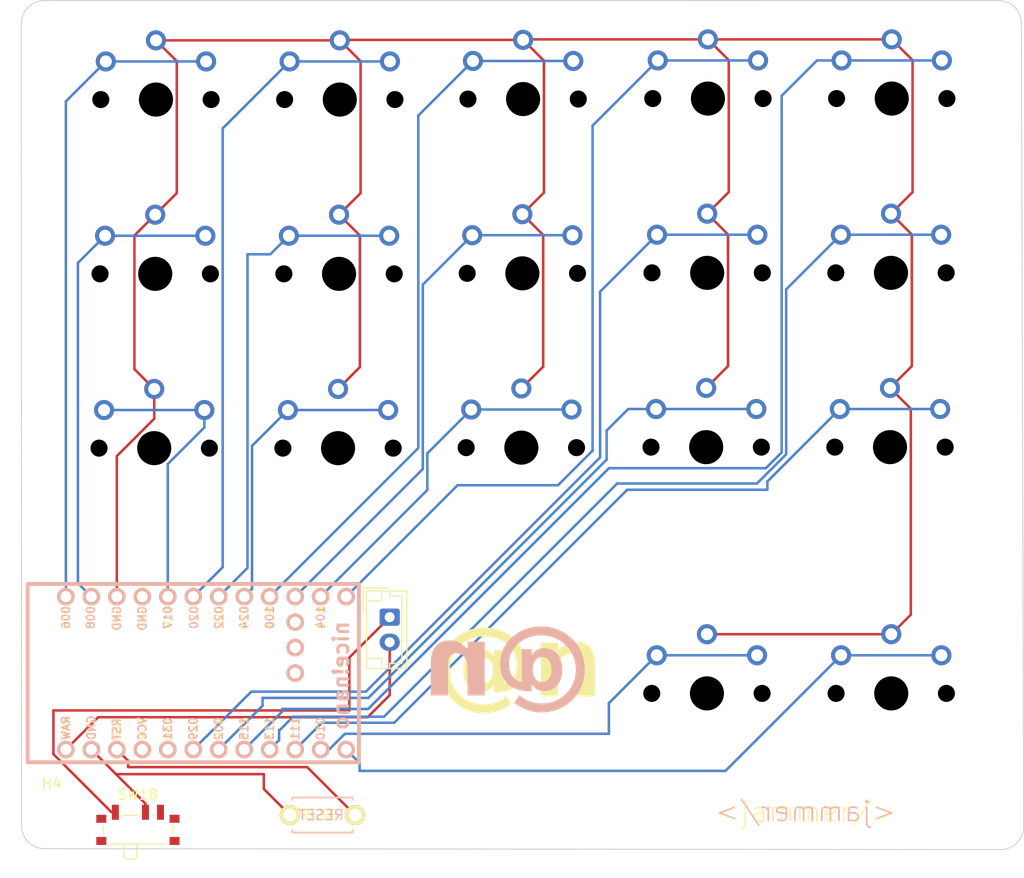
<source format=kicad_pcb>
(kicad_pcb (version 20221018) (generator pcbnew)
  (layers (0 "F.Cu" signal) (31 "B.Cu" signal) (34 "B.Paste" user) (35 "F.Paste" user) (36 "B.SilkS" user "B.Silkscreen") (37 "F.SilkS" user "F.Silkscreen") (38 "B.Mask" user) (39 "F.Mask" user) (44 "Edge.Cuts" user))
  (net 0 "")
  (net 1 "BAT")
  (net 2 "SWB")
  (net 3 "GND")
  (net 4 "R1")
  (net 5 "R2")
  (net 6 "R3")
  (net 7 "R4")
  (net 8 "R5")
  (net 9 "R6")
  (net 10 "R7")
  (net 11 "R8")
  (net 12 "R9")
  (net 13 "R10")
  (net 14 "R11")
  (net 15 "R12")
  (net 16 "R15")
  (net 17 "R13")
  (net 18 "R14")
  (net 19 "R16")
  (net 20 "R17")
  (net 21 "RST")
  (net 22 "GND1")
  (footprint "MountingHole:MountingHole_2.5mm" (layer "F.Cu") (at -195.925 205.7)
    (fp_text reference "H8" hide)
    (fp_text value "MountingHole" hide)
    (pad "" np_thru_hole circle (at 0 0) (size 2.5 2.5) (drill 2.5) (layers "*.Cu" "*.Mask"))
  )
  (footprint "kleeb-master-pg1350:pg1350-R" (layer "F.Cu") (at -201.725 168.975)
    (fp_text reference "SW15" hide)
    (fp_text value "SW_PUSH")
    (pad "" np_thru_hole circle (at -5.5 0) (size 1.7 1.7) (drill 1.7) (layers "*.Mask"))
    (pad "" np_thru_hole circle (at 0 0) (size 3.4 3.4) (drill 3.4) (layers "*.Mask"))
    (pad "" np_thru_hole circle (at 5.5 0) (size 1.7 1.7) (drill 1.7) (layers "*.Mask"))
    (pad "1" thru_hole circle (at 0 -5.9) (size 2 2) (drill 1.2) (layers "*.Cu" "*.Mask") (net 22 "GND1"))
    (pad "2" thru_hole circle (at -5 -3.8) (size 2 2) (drill 1.2) (layers "*.Cu" "F.Mask") (net 18 "R14"))
    (pad "2" thru_hole circle (at 5 -3.8) (size 2 2) (drill 1.2) (layers "*.Cu" "B.Mask") (net 18 "R14"))
  )
  (footprint "MountingHole:MountingHole_2.5mm" (layer "F.Cu") (at -209.925 182.85 90)
    (fp_text reference "H5" hide)
    (fp_text value "MountingHole" hide)
    (pad "" np_thru_hole circle (at 0 0 90) (size 2.5 2.5) (drill 2.5) (layers "F&B.Cu" "*.Mask"))
  )
  (footprint "kleeb-master-pg1350:pg1350-R" (layer "F.Cu") (at -238.225 151.65)
    (fp_text reference "SW2" hide)
    (fp_text value "SW_PUSH")
    (pad "" np_thru_hole circle (at -5.5 0) (size 1.7 1.7) (drill 1.7) (layers "*.Mask"))
    (pad "" np_thru_hole circle (at 0 0) (size 3.4 3.4) (drill 3.4) (layers "*.Mask"))
    (pad "" np_thru_hole circle (at 5.5 0) (size 1.7 1.7) (drill 1.7) (layers "*.Mask"))
    (pad "1" thru_hole circle (at 0 -5.9) (size 2 2) (drill 1.2) (layers "*.Cu" "*.Mask") (net 22 "GND1"))
    (pad "2" thru_hole circle (at -5 -3.8) (size 2 2) (drill 1.2) (layers "*.Cu" "F.Mask") (net 5 "R2"))
    (pad "2" thru_hole circle (at 5 -3.8) (size 2 2) (drill 1.2) (layers "*.Cu" "B.Mask") (net 5 "R2"))
  )
  (footprint "kleeb-master-pg1350:pg1350-R" (layer "F.Cu") (at -183.3 168.925)
    (fp_text reference "SW6" hide)
    (fp_text value "SW_PUSH")
    (pad "" np_thru_hole circle (at -5.5 0) (size 1.7 1.7) (drill 1.7) (layers "*.Mask"))
    (pad "" np_thru_hole circle (at 0 0) (size 3.4 3.4) (drill 3.4) (layers "*.Mask"))
    (pad "" np_thru_hole circle (at 5.5 0) (size 1.7 1.7) (drill 1.7) (layers "*.Mask"))
    (pad "1" thru_hole circle (at 0 -5.9) (size 2 2) (drill 1.2) (layers "*.Cu" "*.Mask") (net 22 "GND1"))
    (pad "2" thru_hole circle (at -5 -3.8) (size 2 2) (drill 1.2) (layers "*.Cu" "F.Mask") (net 9 "R6"))
    (pad "2" thru_hole circle (at 5 -3.8) (size 2 2) (drill 1.2) (layers "*.Cu" "B.Mask") (net 9 "R6"))
  )
  (footprint "Button_Switch_SMD:SW_SPDT_PCM12" (layer "F.Cu") (at -239.95 206.755)
    (fp_text reference "SW18" (at 0 -3.2) (layer "F.SilkS"))
    (fp_text value "SW_SPDT")
    (fp_line (start -3.45 -0.07) (end -3.45 0.72) (stroke (width 0.12)) (layer "F.SilkS"))
    (fp_line (start -2.85 1.73) (end 2.85 1.73) (stroke (width 0.12)) (layer "F.SilkS"))
    (fp_line (start -1.6 -1.12) (end 0.1 -1.12) (stroke (width 0.12)) (layer "F.SilkS"))
    (fp_line (start -1.4 1.73) (end -1.4 3.02) (stroke (width 0.12)) (layer "F.SilkS"))
    (fp_line (start -1.4 3.02) (end -1.2 3.23) (stroke (width 0.12)) (layer "F.SilkS"))
    (fp_line (start -1.2 3.23) (end -0.3 3.23) (stroke (width 0.12)) (layer "F.SilkS"))
    (fp_line (start -0.1 3.02) (end -0.3 3.23) (stroke (width 0.12)) (layer "F.SilkS"))
    (fp_line (start -0.1 3.02) (end -0.1 1.73) (stroke (width 0.12)) (layer "F.SilkS"))
    (fp_line (start 1.4 -1.12) (end 1.6 -1.12) (stroke (width 0.12)) (layer "F.SilkS"))
    (fp_line (start 3.45 0.72) (end 3.45 -0.07) (stroke (width 0.12)) (layer "F.SilkS"))
    (pad "" smd rect (at -3.65 -0.78) (size 1 0.8) (layers "F.Cu" "F.Paste" "F.Mask"))
    (pad "" smd rect (at -3.65 1.43) (size 1 0.8) (layers "F.Cu" "F.Paste" "F.Mask"))
    (pad "" np_thru_hole circle (at -1.5 0.33) (size 0.9 0.9) (drill 0.9) (layers "*.Cu" "*.Mask"))
    (pad "" np_thru_hole circle (at 1.5 0.33) (size 0.9 0.9) (drill 0.9) (layers "*.Cu" "*.Mask"))
    (pad "" smd rect (at 3.65 -0.78) (size 1 0.8) (layers "F.Cu" "F.Paste" "F.Mask"))
    (pad "" smd rect (at 3.65 1.43) (size 1 0.8) (layers "F.Cu" "F.Paste" "F.Mask"))
    (pad "1" smd rect (at -2.25 -1.43) (size 0.7 1.5) (layers "F.Cu" "F.Paste" "F.Mask") (net 2 "SWB"))
    (pad "2" smd rect (at 0.75 -1.43) (size 0.7 1.5) (layers "F.Cu" "F.Paste" "F.Mask") (net 3 "GND"))
    (pad "3" smd rect (at 2.25 -1.43) (size 0.7 1.5) (layers "F.Cu" "F.Paste" "F.Mask"))
  )
  (footprint "kleeb-master-pg1350:pg1350-R" (layer "F.Cu") (at -183.2 151.55)
    (fp_text reference "SW5" hide)
    (fp_text value "SW_PUSH")
    (pad "" np_thru_hole circle (at -5.5 0) (size 1.7 1.7) (drill 1.7) (layers "*.Mask"))
    (pad "" np_thru_hole circle (at 0 0) (size 3.4 3.4) (drill 3.4) (layers "*.Mask"))
    (pad "" np_thru_hole circle (at 5.5 0) (size 1.7 1.7) (drill 1.7) (layers "*.Mask"))
    (pad "1" thru_hole circle (at 0 -5.9) (size 2 2) (drill 1.2) (layers "*.Cu" "*.Mask") (net 22 "GND1"))
    (pad "2" thru_hole circle (at -5 -3.8) (size 2 2) (drill 1.2) (layers "*.Cu" "F.Mask") (net 8 "R5"))
    (pad "2" thru_hole circle (at 5 -3.8) (size 2 2) (drill 1.2) (layers "*.Cu" "B.Mask") (net 8 "R5"))
  )
  (footprint "MountingHole:MountingHole_2.5mm" (layer "F.Cu") (at -154.65 206.15)
    (fp_text reference "H3" hide)
    (fp_text value "MountingHole" hide)
    (pad "" np_thru_hole circle (at 0 0) (size 2.5 2.5) (drill 2.5) (layers "*.Cu" "*.Mask"))
  )
  (footprint "kleeb-master-pg1350:pg1350-R" (layer "F.Cu") (at -164.875 151.55)
    (fp_text reference "SW11" hide)
    (fp_text value "SW_PUSH")
    (pad "" np_thru_hole circle (at -5.5 0) (size 1.7 1.7) (drill 1.7) (layers "*.Mask"))
    (pad "" np_thru_hole circle (at 0 0) (size 3.4 3.4) (drill 3.4) (layers "*.Mask"))
    (pad "" np_thru_hole circle (at 5.5 0) (size 1.7 1.7) (drill 1.7) (layers "*.Mask"))
    (pad "1" thru_hole circle (at 0 -5.9) (size 2 2) (drill 1.2) (layers "*.Cu" "*.Mask") (net 22 "GND1"))
    (pad "2" thru_hole circle (at -5 -3.8) (size 2 2) (drill 1.2) (layers "*.Cu" "F.Mask") (net 14 "R11"))
    (pad "2" thru_hole circle (at 5 -3.8) (size 2 2) (drill 1.2) (layers "*.Cu" "B.Mask") (net 14 "R11"))
  )
  (footprint "kleeb-master-pg1350:pg1350-R" (layer "F.Cu") (at -201.625 151.6)
    (fp_text reference "SW14" hide)
    (fp_text value "SW_PUSH")
    (pad "" np_thru_hole circle (at -5.5 0) (size 1.7 1.7) (drill 1.7) (layers "*.Mask"))
    (pad "" np_thru_hole circle (at 0 0) (size 3.4 3.4) (drill 3.4) (layers "*.Mask"))
    (pad "" np_thru_hole circle (at 5.5 0) (size 1.7 1.7) (drill 1.7) (layers "*.Mask"))
    (pad "1" thru_hole circle (at 0 -5.9) (size 2 2) (drill 1.2) (layers "*.Cu" "*.Mask") (net 22 "GND1"))
    (pad "2" thru_hole circle (at -5 -3.8) (size 2 2) (drill 1.2) (layers "*.Cu" "F.Mask") (net 17 "R13"))
    (pad "2" thru_hole circle (at 5 -3.8) (size 2 2) (drill 1.2) (layers "*.Cu" "B.Mask") (net 17 "R13"))
  )
  (footprint "kleeb-master-pg1350:pg1350-R" (layer "F.Cu") (at -219.825 134.275)
    (fp_text reference "SW7" hide)
    (fp_text value "SW_PUSH")
    (pad "" np_thru_hole circle (at -5.5 0) (size 1.7 1.7) (drill 1.7) (layers "*.Mask"))
    (pad "" np_thru_hole circle (at 0 0) (size 3.4 3.4) (drill 3.4) (layers "*.Mask"))
    (pad "" np_thru_hole circle (at 5.5 0) (size 1.7 1.7) (drill 1.7) (layers "*.Mask"))
    (pad "1" thru_hole circle (at 0 -5.9) (size 2 2) (drill 1.2) (layers "*.Cu" "*.Mask") (net 22 "GND1"))
    (pad "2" thru_hole circle (at -5 -3.8) (size 2 2) (drill 1.2) (layers "*.Cu" "F.Mask") (net 10 "R7"))
    (pad "2" thru_hole circle (at 5 -3.8) (size 2 2) (drill 1.2) (layers "*.Cu" "B.Mask") (net 10 "R7"))
  )
  (footprint "kleeb-master-pg1350:pg1350-R" (layer "F.Cu") (at -183.125 134.175)
    (fp_text reference "SW4" hide)
    (fp_text value "SW_PUSH")
    (pad "" np_thru_hole circle (at -5.5 0) (size 1.7 1.7) (drill 1.7) (layers "*.Mask"))
    (pad "" np_thru_hole circle (at 0 0) (size 3.4 3.4) (drill 3.4) (layers "*.Mask"))
    (pad "" np_thru_hole circle (at 5.5 0) (size 1.7 1.7) (drill 1.7) (layers "*.Mask"))
    (pad "1" thru_hole circle (at 0 -5.9) (size 2 2) (drill 1.2) (layers "*.Cu" "*.Mask") (net 22 "GND1"))
    (pad "2" thru_hole circle (at -5 -3.8) (size 2 2) (drill 1.2) (layers "*.Cu" "F.Mask") (net 7 "R4"))
    (pad "2" thru_hole circle (at 5 -3.8) (size 2 2) (drill 1.2) (layers "*.Cu" "B.Mask") (net 7 "R4"))
  )
  (footprint "MountingHole:MountingHole_2.5mm" (layer "F.Cu") (at -248.575 127.375)
    (fp_text reference "H1" hide)
    (fp_text value "MountingHole" hide)
    (pad "" np_thru_hole circle (at 0 0) (size 2.5 2.5) (drill 2.5) (layers "*.Cu" "*.Mask"))
  )
  (footprint "MountingHole:MountingHole_2.5mm" (layer "F.Cu") (at -209.825 205.8)
    (fp_text reference "H7" hide)
    (fp_text value "MountingHole" hide)
    (pad "" np_thru_hole circle (at 0 0) (size 2.5 2.5) (drill 2.5) (layers "*.Cu" "*.Mask"))
  )
  (footprint "kleeb-master-pg1350:pg1350-R" (layer "F.Cu") (at -164.975 168.925)
    (fp_text reference "SW12" hide)
    (fp_text value "SW_PUSH")
    (pad "" np_thru_hole circle (at -5.5 0) (size 1.7 1.7) (drill 1.7) (layers "*.Mask"))
    (pad "" np_thru_hole circle (at 0 0) (size 3.4 3.4) (drill 3.4) (layers "*.Mask"))
    (pad "" np_thru_hole circle (at 5.5 0) (size 1.7 1.7) (drill 1.7) (layers "*.Mask"))
    (pad "1" thru_hole circle (at 0 -5.9) (size 2 2) (drill 1.2) (layers "*.Cu" "*.Mask") (net 22 "GND1"))
    (pad "2" thru_hole circle (at -5 -3.8) (size 2 2) (drill 1.2) (layers "*.Cu" "F.Mask") (net 15 "R12"))
    (pad "2" thru_hole circle (at 5 -3.8) (size 2 2) (drill 1.2) (layers "*.Cu" "B.Mask") (net 15 "R12"))
  )
  (footprint "kleeb-master-pg1350:pg1350-R" (layer "F.Cu") (at -183.225 193.475)
    (fp_text reference "SW16" hide)
    (fp_text value "SW_PUSH")
    (pad "" np_thru_hole circle (at -5.5 0) (size 1.7 1.7) (drill 1.7) (layers "*.Mask"))
    (pad "" np_thru_hole circle (at 0 0) (size 3.4 3.4) (drill 3.4) (layers "*.Mask"))
    (pad "" np_thru_hole circle (at 5.5 0) (size 1.7 1.7) (drill 1.7) (layers "*.Mask"))
    (pad "1" thru_hole circle (at 0 -5.9) (size 2 2) (drill 1.2) (layers "*.Cu" "*.Mask") (net 22 "GND1"))
    (pad "2" thru_hole circle (at -5 -3.8) (size 2 2) (drill 1.2) (layers "*.Cu" "F.Mask") (net 19 "R16"))
    (pad "2" thru_hole circle (at 5 -3.8) (size 2 2) (drill 1.2) (layers "*.Cu" "B.Mask") (net 19 "R16"))
  )
  (footprint "kleeb-master-pg1350:pg1350-R" (layer "F.Cu") (at -238.325 169.025)
    (fp_text reference "SW3" hide)
    (fp_text value "SW_PUSH")
    (pad "" np_thru_hole circle (at -5.5 0) (size 1.7 1.7) (drill 1.7) (layers "*.Mask"))
    (pad "" np_thru_hole circle (at 0 0) (size 3.4 3.4) (drill 3.4) (layers "*.Mask"))
    (pad "" np_thru_hole circle (at 5.5 0) (size 1.7 1.7) (drill 1.7) (layers "*.Mask"))
    (pad "1" thru_hole circle (at 0 -5.9) (size 2 2) (drill 1.2) (layers "*.Cu" "*.Mask") (net 22 "GND1"))
    (pad "2" thru_hole circle (at -5 -3.8) (size 2 2) (drill 1.2) (layers "*.Cu" "F.Mask") (net 6 "R3"))
    (pad "2" thru_hole circle (at 5 -3.8) (size 2 2) (drill 1.2) (layers "*.Cu" "B.Mask") (net 6 "R3"))
  )
  (footprint "kleeb-master-pg1350:pg1350-R" (layer "F.Cu") (at -201.55 134.225)
    (fp_text reference "SW13" hide)
    (fp_text value "SW_PUSH")
    (pad "" np_thru_hole circle (at -5.5 0) (size 1.7 1.7) (drill 1.7) (layers "*.Mask"))
    (pad "" np_thru_hole circle (at 0 0) (size 3.4 3.4) (drill 3.4) (layers "*.Mask"))
    (pad "" np_thru_hole circle (at 5.5 0) (size 1.7 1.7) (drill 1.7) (layers "*.Mask"))
    (pad "1" thru_hole circle (at 0 -5.9) (size 2 2) (drill 1.2) (layers "*.Cu" "*.Mask") (net 22 "GND1"))
    (pad "2" thru_hole circle (at -5 -3.8) (size 2 2) (drill 1.2) (layers "*.Cu" "F.Mask") (net 16 "R15"))
    (pad "2" thru_hole circle (at 5 -3.8) (size 2 2) (drill 1.2) (layers "*.Cu" "B.Mask") (net 16 "R15"))
  )
  (footprint "foostan:ResetSW" (layer "F.Cu") (at -221.55 205.6 180)
    (fp_text reference "SW19" hide)
    (fp_text value "SW_Push")
    (fp_text user "RESET" (at 0.127 0) (layer "B.SilkS") (effects (justify mirror)))
    (fp_text user "RESET" (at 0 0) (layer "F.SilkS"))
    (fp_line (start -3 -1.75) (end 3 -1.75) (stroke (width 0.15)) (layer "B.SilkS"))
    (fp_line (start -3 -1.5) (end -3 -1.75) (stroke (width 0.15)) (layer "B.SilkS"))
    (fp_line (start -3 1.75) (end -3 1.5) (stroke (width 0.15)) (layer "B.SilkS"))
    (fp_line (start 3 -1.75) (end 3 -1.5) (stroke (width 0.15)) (layer "B.SilkS"))
    (fp_line (start 3 1.5) (end 3 1.75) (stroke (width 0.15)) (layer "B.SilkS"))
    (fp_line (start 3 1.75) (end -3 1.75) (stroke (width 0.15)) (layer "B.SilkS"))
    (fp_line (start -3 -1.75) (end -3 -1.5) (stroke (width 0.15)) (layer "F.SilkS"))
    (fp_line (start -3 -1.75) (end 3 -1.75) (stroke (width 0.15)) (layer "F.SilkS"))
    (fp_line (start -3 1.75) (end -3 1.5) (stroke (width 0.15)) (layer "F.SilkS"))
    (fp_line (start -3 1.75) (end 3 1.75) (stroke (width 0.15)) (layer "F.SilkS"))
    (fp_line (start 3 -1.75) (end 3 -1.5) (stroke (width 0.15)) (layer "F.SilkS"))
    (fp_line (start 3 1.75) (end 3 1.5) (stroke (width 0.15)) (layer "F.SilkS"))
    (pad "1" thru_hole circle (at 3.25 0 180) (size 2 2) (drill 1.3) (layers "*.Cu" "*.Mask" "F.SilkS") (net 3 "GND"))
    (pad "2" thru_hole circle (at -3.25 0 180) (size 2 2) (drill 1.3) (layers "*.Cu" "*.Mask" "F.SilkS") (net 21 "RST"))
  )
  (footprint "kleeb-master-pg1350:pg1350-R" (layer "F.Cu") (at -164.85 193.475)
    (fp_text reference "SW17" hide)
    (fp_text value "SW_PUSH")
    (pad "" np_thru_hole circle (at -5.5 0) (size 1.7 1.7) (drill 1.7) (layers "*.Mask"))
    (pad "" np_thru_hole circle (at 0 0) (size 3.4 3.4) (drill 3.4) (layers "*.Mask"))
    (pad "" np_thru_hole circle (at 5.5 0) (size 1.7 1.7) (drill 1.7) (layers "*.Mask"))
    (pad "1" thru_hole circle (at 0 -5.9) (size 2 2) (drill 1.2) (layers "*.Cu" "*.Mask") (net 22 "GND1"))
    (pad "2" thru_hole circle (at -5 -3.8) (size 2 2) (drill 1.2) (layers "*.Cu" "F.Mask") (net 20 "R17"))
    (pad "2" thru_hole circle (at 5 -3.8) (size 2 2) (drill 1.2) (layers "*.Cu" "B.Mask") (net 20 "R17"))
  )
  (footprint "kleeb-master-pg1350:pg1350-R" (layer "F.Cu") (at -219.9 151.65)
    (fp_text reference "SW8" hide)
    (fp_text value "SW_PUSH")
    (pad "" np_thru_hole circle (at -5.5 0) (size 1.7 1.7) (drill 1.7) (layers "*.Mask"))
    (pad "" np_thru_hole circle (at 0 0) (size 3.4 3.4) (drill 3.4) (layers "*.Mask"))
    (pad "" np_thru_hole circle (at 5.5 0) (size 1.7 1.7) (drill 1.7) (layers "*.Mask"))
    (pad "1" thru_hole circle (at 0 -5.9) (size 2 2) (drill 1.2) (layers "*.Cu" "*.Mask") (net 22 "GND1"))
    (pad "2" thru_hole circle (at -5 -3.8) (size 2 2) (drill 1.2) (layers "*.Cu" "F.Mask") (net 11 "R8"))
    (pad "2" thru_hole circle (at 5 -3.8) (size 2 2) (drill 1.2) (layers "*.Cu" "B.Mask") (net 11 "R8"))
  )
  (footprint "MountingHole:MountingHole_2.5mm" (layer "F.Cu") (at -248.55 205.975)
    (fp_text reference "H4" (at 0 -3.5) (layer "F.SilkS"))
    (fp_text value "MountingHole")
    (pad "" np_thru_hole circle (at 0 0) (size 2.5 2.5) (drill 2.5) (layers "*.Cu" "*.Mask"))
  )
  (footprint "kleeb-master-pg1350:pg1350-R" (layer "F.Cu") (at -164.8 134.175)
    (fp_text reference "SW10" hide)
    (fp_text value "SW_PUSH")
    (pad "" np_thru_hole circle (at -5.5 0) (size 1.7 1.7) (drill 1.7) (layers "*.Mask"))
    (pad "" np_thru_hole circle (at 0 0) (size 3.4 3.4) (drill 3.4) (layers "*.Mask"))
    (pad "" np_thru_hole circle (at 5.5 0) (size 1.7 1.7) (drill 1.7) (layers "*.Mask"))
    (pad "1" thru_hole circle (at 0 -5.9) (size 2 2) (drill 1.2) (layers "*.Cu" "*.Mask") (net 22 "GND1"))
    (pad "2" thru_hole circle (at -5 -3.8) (size 2 2) (drill 1.2) (layers "*.Cu" "F.Mask") (net 13 "R10"))
    (pad "2" thru_hole circle (at 5 -3.8) (size 2 2) (drill 1.2) (layers "*.Cu" "B.Mask") (net 13 "R10"))
  )
  (footprint "kleeb-master-pg1350:pg1350-R" (layer "F.Cu") (at -238.15 134.275)
    (fp_text reference "SW1" hide)
    (fp_text value "SW_PUSH")
    (pad "" np_thru_hole circle (at -5.5 0) (size 1.7 1.7) (drill 1.7) (layers "*.Mask"))
    (pad "" np_thru_hole circle (at 0 0) (size 3.4 3.4) (drill 3.4) (layers "*.Mask"))
    (pad "" np_thru_hole circle (at 5.5 0) (size 1.7 1.7) (drill 1.7) (layers "*.Mask"))
    (pad "1" thru_hole circle (at 0 -5.9) (size 2 2) (drill 1.2) (layers "*.Cu" "*.Mask") (net 22 "GND1"))
    (pad "2" thru_hole circle (at -5 -3.8) (size 2 2) (drill 1.2) (layers "*.Cu" "F.Mask") (net 4 "R1"))
    (pad "2" thru_hole circle (at 5 -3.8) (size 2 2) (drill 1.2) (layers "*.Cu" "B.Mask") (net 4 "R1"))
  )
  (footprint "MountingHole:MountingHole_2.5mm" (layer "F.Cu") (at -154.65 127.375)
    (fp_text reference "H2" hide)
    (fp_text value "MountingHole" hide)
    (pad "" np_thru_hole circle (at 0 0) (size 2.5 2.5) (drill 2.5) (layers "*.Cu" "*.Mask"))
  )
  (footprint "MountingHole:MountingHole_2.5mm" (layer "F.Cu") (at -195.925 183)
    (fp_text reference "H6" hide)
    (fp_text value "MountingHole" hide)
    (pad "" np_thru_hole circle (at 0 0) (size 2.5 2.5) (drill 2.5) (layers "*.Cu" "*.Mask"))
  )
  (footprint "kleeb-master-pg1350:pg1350-R" (layer "F.Cu") (at -220 169.025)
    (fp_text reference "SW9" hide)
    (fp_text value "SW_PUSH")
    (pad "" np_thru_hole circle (at -5.5 0) (size 1.7 1.7) (drill 1.7) (layers "*.Mask"))
    (pad "" np_thru_hole circle (at 0 0) (size 3.4 3.4) (drill 3.4) (layers "*.Mask"))
    (pad "" np_thru_hole circle (at 5.5 0) (size 1.7 1.7) (drill 1.7) (layers "*.Mask"))
    (pad "1" thru_hole circle (at 0 -5.9) (size 2 2) (drill 1.2) (layers "*.Cu" "*.Mask") (net 22 "GND1"))
    (pad "2" thru_hole circle (at -5 -3.8) (size 2 2) (drill 1.2) (layers "*.Cu" "F.Mask") (net 12 "R9"))
    (pad "2" thru_hole circle (at 5 -3.8) (size 2 2) (drill 1.2) (layers "*.Cu" "B.Mask") (net 12 "R9"))
  )
  (footprint "Connector_JST:JST_EH_B2B-EH-A_1x02_P2.50mm_Vertical" (layer "F.Cu") (at -214.85 185.875 -90)
    (fp_text reference "J1" hide)
    (fp_text value "Conn_01x02" hide)
    (fp_line (start -2.91 0.11) (end -2.91 2.61) (stroke (width 0.12)) (layer "F.SilkS"))
    (fp_line (start -2.91 2.61) (end -0.41 2.61) (stroke (width 0.12)) (layer "F.SilkS"))
    (fp_line (start -2.61 -1.71) (end -2.61 2.31) (stroke (width 0.12)) (layer "F.SilkS"))
    (fp_line (start -2.61 0) (end -2.11 0) (stroke (width 0.12)) (layer "F.SilkS"))
    (fp_line (start -2.61 0.81) (end -1.61 0.81) (stroke (width 0.12)) (layer "F.SilkS"))
    (fp_line (start -2.61 2.31) (end 5.11 2.31) (stroke (width 0.12)) (layer "F.SilkS"))
    (fp_line (start -2.11 -1.21) (end 4.61 -1.21) (stroke (width 0.12)) (layer "F.SilkS"))
    (fp_line (start -2.11 0) (end -2.11 -1.21) (stroke (width 0.12)) (layer "F.SilkS"))
    (fp_line (start -1.61 0.81) (end -1.61 2.31) (stroke (width 0.12)) (layer "F.SilkS"))
    (fp_line (start 4.11 0.81) (end 4.11 2.31) (stroke (width 0.12)) (layer "F.SilkS"))
    (fp_line (start 4.61 -1.21) (end 4.61 0) (stroke (width 0.12)) (layer "F.SilkS"))
    (fp_line (start 4.61 0) (end 5.11 0) (stroke (width 0.12)) (layer "F.SilkS"))
    (fp_line (start 5.11 -1.71) (end -2.61 -1.71) (stroke (width 0.12)) (layer "F.SilkS"))
    (fp_line (start 5.11 0.81) (end 4.11 0.81) (stroke (width 0.12)) (layer "F.SilkS"))
    (fp_line (start 5.11 2.31) (end 5.11 -1.71) (stroke (width 0.12)) (layer "F.SilkS"))
    (pad "1" thru_hole roundrect (at 0 0 270) (size 1.7 2) (drill 1) (layers "*.Cu" "*.Mask") (roundrect_rratio 0.1470588235) (net 2 "SWB"))
    (pad "2" thru_hole oval (at 2.5 0 270) (size 1.7 2) (drill 1) (layers "*.Cu" "*.Mask") (net 1 "BAT"))
  )
  (footprint "nice-nano-kicad:nice_nano" (layer "B.Cu") (at -233.16325 191.45)
    (fp_text reference "U1" hide)
    (fp_text value "nice_nano" hide)
    (fp_text user "010" (at 11.43 5.537191 90) (layer "B.SilkS") (effects (font (size 0.8 0.8)) (justify mirror)))
    (fp_text user "RST" (at -8.89 5.588 90) (layer "B.SilkS") (effects (font (size 0.8 0.8)) (justify mirror)))
    (fp_text user "113" (at 6.35 5.537191 90) (layer "B.SilkS") (effects (font (size 0.8 0.8)) (justify mirror)))
    (fp_text user "008" (at -11.5 -5.53719 90) (layer "B.SilkS") (effects (font (size 0.8 0.8)) (justify mirror)))
    (fp_text user "031" (at -3.81 5.537191 90) (layer "B.SilkS") (effects (font (size 0.8 0.8)) (justify mirror)))
    (fp_text user "nice!nano" (at 13.462 0.254 90) (layer "B.SilkS") (effects (font (size 1.5 1.5) (thickness 0.3)) (justify mirror)))
    (fp_text user "006" (at -13.97 -5.53719 90) (layer "B.SilkS") (effects (font (size 0.8 0.8)) (justify mirror)))
    (fp_text user "017" (at -3.8 -5.53719 90) (layer "B.SilkS") (effects (font (size 0.8 0.8)) (justify mirror)))
    (fp_text user "GND" (at -6.35 -5.461 90) (layer "B.SilkS") (effects (font (size 0.8 0.8)) (justify mirror)))
    (fp_text user "100" (at 6.35 -5.53719 90) (layer "B.SilkS") (effects (font (size 0.8 0.8)) (justify mirror)))
    (fp_text user "024" (at 3.81 -5.53719 90) (layer "B.SilkS") (effects (font (size 0.8 0.8)) (justify mirror)))
    (fp_text user "020" (at -1.2 -5.53719 90) (layer "B.SilkS") (effects (font (size 0.8 0.8)) (justify mirror)))
    (fp_text user "029" (at -1.27 5.537191 90) (layer "B.SilkS") (effects (font (size 0.8 0.8)) (justify mirror)))
    (fp_text user "111" (at 8.89 5.537191 90) (layer "B.SilkS") (effects (font (size 0.8 0.8)) (justify mirror)))
    (fp_text user "GND" (at -11.43 5.454667 90) (layer "B.SilkS") (effects (font (size 0.8 0.8)) (justify mirror)))
    (fp_text user "022" (at 1.3 -5.53719 90) (layer "B.SilkS") (effects (font (size 0.8 0.8)) (justify mirror)))
    (fp_text user "VCC" (at -6.35 5.537191 90) (layer "B.SilkS") (effects (font (size 0.8 0.8)) (justify mirror)))
    (fp_text user "104" (at 11.43 -5.53719 90) (layer "B.SilkS") (effects (font (size 0.8 0.8)) (justify mirror)))
    (fp_text user "002" (at 1.27 5.537191 90) (layer "B.SilkS") (effects (font (size 0.8 0.8)) (justify mirror)))
    (fp_text user "GND" (at -8.89 -5.461 90) (layer "B.SilkS") (effects (font (size 0.8 0.8)) (justify mirror)))
    (fp_text user "115" (at 3.81 5.537191 90) (layer "B.SilkS") (effects (font (size 0.8 0.8)) (justify mirror)))
    (fp_text user "RAW" (at -13.97 5.473715 90) (layer "B.SilkS") (effects (font (size 0.8 0.8)) (justify mirror)))
    (fp_text user "029" (at -1.27 5.537191 90) (layer "F.SilkS") (effects (font (size 0.8 0.8))))
    (fp_text user "GND" (at -8.89 -5.461 90) (layer "F.SilkS") (effects (font (size 0.8 0.8))))
    (fp_text user "024" (at 3.8 -5.53719 90) (layer "F.SilkS") (effects (font (size 0.8 0.8))))
    (fp_text user "008" (at -11.5 -5.53719 90) (layer "F.SilkS") (effects (font (size 0.8 0.8))))
    (fp_text user "GND" (at -11.43 5.454667 90) (layer "F.SilkS") (effects (font (size 0.8 0.8))))
    (fp_text user "113" (at 6.35 5.537191 90) (layer "F.SilkS") (effects (font (size 0.8 0.8))))
    (fp_text user "RAW" (at -13.97 5.473715 90) (layer "F.SilkS") (effects (font (size 0.8 0.8))))
    (fp_text user "002" (at 1.27 5.537191 90) (layer "F.SilkS") (effects (font (size 0.8 0.8))))
    (fp_text user "104" (at 11.43 -5.53719 90) (layer "F.SilkS") (effects (font (size 0.8 0.8))))
    (fp_text user "006" (at -13.97 -5.53719 90) (layer "F.SilkS") (effects (font (size 0.8 0.8))))
    (fp_text user "031" (at -3.81 5.537191 90) (layer "F.SilkS") (effects (font (size 0.8 0.8))))
    (fp_text user "115" (at 3.81 5.537191 90) (layer "F.SilkS") (effects (font (size 0.8 0.8))))
    (fp_text user "VCC" (at -6.35 5.537191 90) (layer "F.SilkS") (effects (font (size 0.8 0.8))))
    (fp_text user "RST" (at -8.89 5.588 90) (layer "F.SilkS") (effects (font (size 0.8 0.8))))
    (fp_text user "010" (at 11.43 5.537191 90) (layer "F.SilkS") (effects (font (size 0.8 0.8))))
    (fp_text user "017" (at -3.81 -5.53719 90) (layer "F.SilkS") (effects (font (size 0.8 0.8))))
    (fp_text user "020" (at -1.2 -5.53719 90) (layer "F.SilkS") (effects (font (size 0.8 0.8))))
    (fp_text user "022" (at 1.3 -5.53719 90) (layer "F.SilkS") (effects (font (size 0.8 0.8))))
    (fp_text user "100" (at 6.35 -5.53719 90) (layer "F.SilkS") (effects (font (size 0.8 0.8))))
    (fp_text user "GND" (at -6.35 -5.461 90) (layer "F.SilkS") (effects (font (size 0.8 0.8))))
    (fp_text user "111" (at 8.89 5.537191 90) (layer "F.SilkS") (effects (font (size 0.8 0.8))))
    (fp_line (start -17.78 -8.89) (end -15.24 -8.89) (stroke (width 0.381)) (layer "B.SilkS"))
    (fp_line (start -17.78 8.89) (end -17.78 -8.89) (stroke (width 0.381)) (layer "B.SilkS"))
    (fp_line (start -15.24 -8.89) (end 15.24 -8.89) (stroke (width 0.381)) (layer "B.SilkS"))
    (fp_line (start -15.24 8.89) (end -17.78 8.89) (stroke (width 0.381)) (layer "B.SilkS"))
    (fp_line (start 15.24 -8.89) (end 15.24 8.89) (stroke (width 0.381)) (layer "B.SilkS"))
    (fp_line (start 15.24 8.89) (end -15.24 8.89) (stroke (width 0.381)) (layer "B.SilkS"))
    (fp_line (start -17.78 -8.89) (end 15.24 -8.89) (stroke (width 0.381)) (layer "F.SilkS"))
    (fp_line (start -17.78 8.89) (end -17.78 -8.89) (stroke (width 0.381)) (layer "F.SilkS"))
    (fp_line (start 15.24 -8.89) (end 15.24 8.89) (stroke (width 0.381)) (layer "F.SilkS"))
    (fp_line (start 15.24 8.89) (end -17.78 8.89) (stroke (width 0.381)) (layer "F.SilkS"))
    (pad "1" thru_hole circle (at -13.97 -7.62) (size 1.7526 1.7526) (drill 1.0922) (layers "*.Cu" "*.SilkS" "*.Mask") (net 4 "R1"))
    (pad "2" thru_hole circle (at -11.43 -7.62) (size 1.7526 1.7526) (drill 1.0922) (layers "*.Cu" "*.SilkS" "*.Mask") (net 5 "R2"))
    (pad "3" thru_hole circle (at -8.89 -7.62) (size 1.7526 1.7526) (drill 1.0922) (layers "*.Cu" "*.SilkS" "*.Mask") (net 22 "GND1"))
    (pad "4" thru_hole circle (at -6.35 -7.62) (size 1.7526 1.7526) (drill 1.0922) (layers "*.Cu" "*.SilkS" "*.Mask"))
    (pad "5" thru_hole circle (at -3.81 -7.62) (size 1.7526 1.7526) (drill 1.0922) (layers "*.Cu" "*.SilkS" "*.Mask") (net 6 "R3"))
    (pad "6" thru_hole circle (at -1.27 -7.62) (size 1.7526 1.7526) (drill 1.0922) (layers "*.Cu" "*.SilkS" "*.Mask") (net 10 "R7"))
    (pad "7" thru_hole circle (at 1.27 -7.62) (size 1.7526 1.7526) (drill 1.0922) (layers "*.Cu" "*.SilkS" "*.Mask") (net 11 "R8"))
    (pad "8" thru_hole circle (at 3.81 -7.62) (size 1.7526 1.7526) (drill 1.0922) (layers "*.Cu" "*.SilkS" "*.Mask") (net 12 "R9"))
    (pad "9" thru_hole circle (at 6.35 -7.62) (size 1.7526 1.7526) (drill 1.0922) (layers "*.Cu" "*.SilkS" "*.Mask") (net 16 "R15"))
    (pad "10" thru_hole circle (at 8.89 -7.62) (size 1.7526 1.7526) (drill 1.0922) (layers "*.Cu" "*.SilkS" "*.Mask") (net 17 "R13"))
    (pad "11" thru_hole circle (at 11.43 -7.62) (size 1.7526 1.7526) (drill 1.0922) (layers "*.Cu" "*.SilkS" "*.Mask") (net 18 "R14"))
    (pad "12" thru_hole circle (at 13.97 -7.62) (size 1.7526 1.7526) (drill 1.0922) (layers "*.Cu" "*.SilkS" "*.Mask") (net 7 "R4"))
    (pad "13" thru_hole circle (at 13.97 7.62) (size 1.7526 1.7526) (drill 1.0922) (layers "*.Cu" "*.SilkS" "*.Mask") (net 20 "R17"))
    (pad "14" thru_hole circle (at 11.43 7.62) (size 1.7526 1.7526) (drill 1.0922) (layers "*.Cu" "*.SilkS" "*.Mask") (net 19 "R16"))
    (pad "15" thru_hole circle (at 8.89 7.62) (size 1.7526 1.7526) (drill 1.0922) (layers "*.Cu" "*.SilkS" "*.Mask") (net 15 "R12"))
    (pad "16" thru_hole circle (at 6.35 7.62) (size 1.7526 1.7526) (drill 1.0922) (layers "*.Cu" "*.SilkS" "*.Mask") (net 14 "R11"))
    (pad "17" thru_hole circle (at 3.81 7.62) (size 1.7526 1.7526) (drill 1.0922) (layers "*.Cu" "*.SilkS" "*.Mask") (net 13 "R10"))
    (pad "18" thru_hole circle (at 1.27 7.62) (size 1.7526 1.7526) (drill 1.0922) (layers "*.Cu" "*.SilkS" "*.Mask") (net 9 "R6"))
    (pad "19" thru_hole circle (at -1.27 7.62) (size 1.7526 1.7526) (drill 1.0922) (layers "*.Cu" "*.SilkS" "*.Mask") (net 8 "R5"))
    (pad "20" thru_hole circle (at -3.81 7.62) (size 1.7526 1.7526) (drill 1.0922) (layers "*.Cu" "*.SilkS" "*.Mask"))
    (pad "21" thru_hole circle (at -6.35 7.62) (size 1.7526 1.7526) (drill 1.0922) (layers "*.Cu" "*.SilkS" "*.Mask"))
    (pad "22" thru_hole circle (at -8.89 7.62) (size 1.7526 1.7526) (drill 1.0922) (layers "*.Cu" "*.SilkS" "*.Mask") (net 21 "RST"))
    (pad "23" thru_hole circle (at -11.43 7.62) (size 1.7526 1.7526) (drill 1.0922) (layers "*.Cu" "*.SilkS" "*.Mask") (net 3 "GND"))
    (pad "24" thru_hole circle (at -13.97 7.62) (size 1.7526 1.7526) (drill 1.0922) (layers "*.Cu" "*.SilkS" "*.Mask") (net 1 "BAT"))
    (pad "31" thru_hole circle (at 8.89 -5.08) (size 1.7526 1.7526) (drill 1.0922) (layers "*.Cu" "*.SilkS" "*.Mask"))
    (pad "32" thru_hole circle (at 8.89 -2.54) (size 1.7526 1.7526) (drill 1.0922) (layers "*.Cu" "*.SilkS" "*.Mask"))
    (pad "33" thru_hole circle (at 8.89 0) (size 1.7526 1.7526) (drill 1.0922) (layers "*.Cu" "*.SilkS" "*.Mask"))
  )
  (gr_arc (start -251.576831 126.704226) (mid -250.925 125.1) (end -249.33897 124.405066) (stroke (width 0.1)) (layer "Edge.Cuts"))
  (gr_line (start -249.33897 124.405066) (end -154.175 124.4) (stroke (width 0.1)) (layer "Edge.Cuts"))
  (gr_arc (start -154.175 124.4) (mid -152.570774 125.051831) (end -151.87584 126.637861) (stroke (width 0.1)) (layer "Edge.Cuts"))
  (gr_line (start -251.549159 206.712139) (end -251.576831 126.704226) (stroke (width 0.1)) (layer "Edge.Cuts"))
  (gr_arc (start -249.25 208.949999) (mid -250.854225 208.298168) (end -251.549159 206.712139) (stroke (width 0.1)) (layer "Edge.Cuts"))
  (gr_line (start -153.887861 209.04916) (end -249.25 208.949999) (stroke (width 0.1)) (layer "Edge.Cuts"))
  (gr_arc (start -151.65 206.75) (mid -152.301831 208.354226) (end -153.887861 209.04916) (stroke (width 0.1)) (layer "Edge.Cuts"))
  (gr_line (start -151.87584 126.637861) (end -151.65 206.75) (stroke (width 0.1)) (layer "Edge.Cuts"))
  (gr_text "<jammer/>" (at -164.25 206.4) (layer "B.SilkS") (effects (font (size 2 2)) (justify left bottom mirror)))
  (gr_text "@n" (at -194.75 194.875) (layer "B.SilkS") (effects (font (size 7 7) (thickness 0.8) bold) (justify left bottom mirror)))
  (gr_text "@n" (at -210.4 194.975) (layer "F.SilkS") (effects (font (size 7 7) (thickness 0.8) bold) (justify left bottom)))
  (gr_text "<jammer/>" (at -182.45 206.45) (layer "F.SilkS") (effects (font (size 2 2)) (justify left bottom)))
  (segment (start -247.13325 199.07) (end -243.91325 195.85) (width 0.25) (layer "F.Cu") (net 1))
  (segment (start -243.91325 195.85) (end -217.05 195.85) (width 0.25) (layer "F.Cu") (net 1))
  (segment (start -214.85 193.65) (end -214.85 188.375) (width 0.25) (layer "F.Cu") (net 1))
  (segment (start -217.05 195.85) (end -214.85 193.65) (width 0.25) (layer "F.Cu") (net 1))
  (segment (start -218.875 195.175) (end -218.875 189.9) (width 0.25) (layer "F.Cu") (net 2))
  (segment (start -248.375 199.477145) (end -248.4 199.502145) (width 0.25) (layer "F.Cu") (net 2))
  (segment (start -218.875 195.175) (end -248.375 195.175) (width 0.25) (layer "F.Cu") (net 2))
  (segment (start -242.2 205.325) (end -242.577145 205.325) (width 0.25) (layer "F.Cu") (net 2))
  (segment (start -248.375 195.175) (end -248.375 199.477145) (width 0.25) (layer "F.Cu") (net 2))
  (segment (start -242.577145 205.325) (end -248.4 199.502145) (width 0.25) (layer "F.Cu") (net 2))
  (segment (start -218.875 189.9) (end -214.85 185.875) (width 0.25) (layer "F.Cu") (net 2))
  (segment (start -224.8 205.6) (end -227.4 203) (width 0.25) (layer "F.Cu") (net 3))
  (segment (start -239.2 205.325) (end -239.2 204.46325) (width 0.25) (layer "F.Cu") (net 3))
  (segment (start -242.13825 201.525) (end -244.59325 199.07) (width 0.25) (layer "F.Cu") (net 3))
  (segment (start -239.2 204.46325) (end -242.13825 201.525) (width 0.25) (layer "F.Cu") (net 3))
  (segment (start -227.4 203) (end -227.4 201.525) (width 0.25) (layer "F.Cu") (net 3))
  (segment (start -227.4 201.525) (end -242.13825 201.525) (width 0.25) (layer "F.Cu") (net 3))
  (segment (start -247.13325 134.45825) (end -247.13325 183.83) (width 0.25) (layer "B.Cu") (net 4))
  (segment (start -243.15 130.475) (end -247.13325 134.45825) (width 0.25) (layer "B.Cu") (net 4))
  (segment (start -243.15 130.475) (end -233.15 130.475) (width 0.25) (layer "B.Cu") (net 4))
  (segment (start -243.225 147.85) (end -245.93195 150.55695) (width 0.25) (layer "B.Cu") (net 5))
  (segment (start -243.225 147.85) (end -233.225 147.85) (width 0.25) (layer "B.Cu") (net 5))
  (segment (start -245.93195 182.4913) (end -244.59325 183.83) (width 0.25) (layer "B.Cu") (net 5))
  (segment (start -245.93195 150.55695) (end -245.93195 182.4913) (width 0.25) (layer "B.Cu") (net 5))
  (segment (start -233.325 166.959493) (end -236.97325 170.607743) (width 0.25) (layer "B.Cu") (net 6))
  (segment (start -236.97325 170.607743) (end -236.97325 183.83) (width 0.25) (layer "B.Cu") (net 6))
  (segment (start -233.325 165.225) (end -233.325 166.959493) (width 0.25) (layer "B.Cu") (net 6))
  (segment (start -243.325 165.225) (end -233.325 165.225) (width 0.25) (layer "B.Cu") (net 6))
  (segment (start -188.125 130.375) (end -178.125 130.375) (width 0.25) (layer "B.Cu") (net 7))
  (segment (start -208.08825 172.725) (end -198.075 172.725) (width 0.25) (layer "B.Cu") (net 7))
  (segment (start -194.625 169.3) (end -194.625 136.875) (width 0.25) (layer "B.Cu") (net 7))
  (segment (start -198.075 172.725) (end -194.65 169.3) (width 0.25) (layer "B.Cu") (net 7))
  (segment (start -219.19325 183.83) (end -208.08825 172.725) (width 0.25) (layer "B.Cu") (net 7))
  (segment (start -194.625 136.875) (end -188.125 130.375) (width 0.25) (layer "B.Cu") (net 7))
  (segment (start -194.65 169.3) (end -194.625 169.3) (width 0.25) (layer "B.Cu") (net 7))
  (segment (start -234.43325 199.07) (end -233.23195 197.8687) (width 0.25) (layer "B.Cu") (net 8))
  (segment (start -193.875 169.95) (end -193.875 153.425) (width 0.25) (layer "B.Cu") (net 8))
  (segment (start -233.2187 197.8687) (end -228.65 193.3) (width 0.25) (layer "B.Cu") (net 8))
  (segment (start -188.2 147.75) (end -178.2 147.75) (width 0.25) (layer "B.Cu") (net 8))
  (segment (start -193.875 153.425) (end -188.2 147.75) (width 0.25) (layer "B.Cu") (net 8))
  (segment (start -217.225 193.3) (end -193.875 169.95) (width 0.25) (layer "B.Cu") (net 8))
  (segment (start -228.65 193.3) (end -217.225 193.3) (width 0.25) (layer "B.Cu") (net 8))
  (segment (start -233.23195 197.8687) (end -233.2187 197.8687) (width 0.25) (layer "B.Cu") (net 8))
  (segment (start -191.075 165.125) (end -193.225 167.275) (width 0.25) (layer "B.Cu") (net 9))
  (segment (start -216.975 193.925) (end -227.525 193.925) (width 0.25) (layer "B.Cu") (net 9))
  (segment (start -227.525 194.70175) (end -231.89325 199.07) (width 0.25) (layer "B.Cu") (net 9))
  (segment (start -227.525 193.925) (end -227.525 194.70175) (width 0.25) (layer "B.Cu") (net 9))
  (segment (start -188.3 165.125) (end -178.3 165.125) (width 0.25) (layer "B.Cu") (net 9))
  (segment (start -193.225 170.175) (end -216.975 193.925) (width 0.25) (layer "B.Cu") (net 9))
  (segment (start -193.225 167.275) (end -193.225 170.175) (width 0.25) (layer "B.Cu") (net 9))
  (segment (start -188.3 165.125) (end -191.075 165.125) (width 0.25) (layer "B.Cu") (net 9))
  (segment (start -231.5 137.15) (end -231.5 180.89675) (width 0.25) (layer "B.Cu") (net 10))
  (segment (start -224.825 130.475) (end -231.5 137.15) (width 0.25) (layer "B.Cu") (net 10))
  (segment (start -231.5 180.89675) (end -234.43325 183.83) (width 0.25) (layer "B.Cu") (net 10))
  (segment (start -224.825 130.475) (end -214.825 130.475) (width 0.25) (layer "B.Cu") (net 10))
  (segment (start -226.75 149.7) (end -224.9 147.85) (width 0.25) (layer "B.Cu") (net 11))
  (segment (start -229.025 149.7) (end -226.75 149.7) (width 0.25) (layer "B.Cu") (net 11))
  (segment (start -231.89325 183.83) (end -229.025 180.96175) (width 0.25) (layer "B.Cu") (net 11))
  (segment (start -229.025 180.96175) (end -229.025 149.7) (width 0.25) (layer "B.Cu") (net 11))
  (segment (start -224.9 147.85) (end -214.9 147.85) (width 0.25) (layer "B.Cu") (net 11))
  (segment (start -228.575 168.8) (end -228.575 183.05175) (width 0.25) (layer "B.Cu") (net 12))
  (segment (start -225 165.225) (end -215 165.225) (width 0.25) (layer "B.Cu") (net 12))
  (segment (start -228.575 183.05175) (end -229.35325 183.83) (width 0.25) (layer "B.Cu") (net 12))
  (segment (start -225 165.225) (end -228.575 168.8) (width 0.25) (layer "B.Cu") (net 12))
  (segment (start -175.775 133.9) (end -172.25 130.375) (width 0.25) (layer "B.Cu") (net 13))
  (segment (start -225.55 195.025) (end -217 195.025) (width 0.25) (layer "B.Cu") (net 13))
  (segment (start -229.35325 199.07) (end -225.55 195.26675) (width 0.25) (layer "B.Cu") (net 13))
  (segment (start -169.8 130.375) (end -159.8 130.375) (width 0.25) (layer "B.Cu") (net 13))
  (segment (start -172.25 130.375) (end -169.8 130.375) (width 0.25) (layer "B.Cu") (net 13))
  (segment (start -193 171.025) (end -177.35 171.025) (width 0.25) (layer "B.Cu") (net 13))
  (segment (start -225.55 195.26675) (end -225.55 195.025) (width 0.25) (layer "B.Cu") (net 13))
  (segment (start -217 195.025) (end -193 171.025) (width 0.25) (layer "B.Cu") (net 13))
  (segment (start -177.35 171.025) (end -175.775 169.45) (width 0.25) (layer "B.Cu") (net 13))
  (segment (start -175.775 169.45) (end -175.775 133.9) (width 0.25) (layer "B.Cu") (net 13))
  (segment (start -225.8 197.125) (end -225.875 197.125) (width 0.25) (layer "B.Cu") (net 14))
  (segment (start -225.875 197.125) (end -225.875 198.13175) (width 0.25) (layer "B.Cu") (net 14))
  (segment (start -192.175 172.55) (end -215.425 195.8) (width 0.25) (layer "B.Cu") (net 14))
  (segment (start -178.238604 172.55) (end -192.175 172.55) (width 0.25) (layer "B.Cu") (net 14))
  (segment (start -215.425 195.8) (end -224.475 195.8) (width 0.25) (layer "B.Cu") (net 14))
  (segment (start -224.475 195.8) (end -225.8 197.125) (width 0.25) (layer "B.Cu") (net 14))
  (segment (start -169.875 147.75) (end -159.875 147.75) (width 0.25) (layer "B.Cu") (net 14))
  (segment (start -175.325 169.636396) (end -178.238604 172.55) (width 0.25) (layer "B.Cu") (net 14))
  (segment (start -169.875 147.75) (end -175.325 153.2) (width 0.25) (layer "B.Cu") (net 14))
  (segment (start -175.325 153.2) (end -175.325 169.636396) (width 0.25) (layer "B.Cu") (net 14))
  (segment (start -225.875 198.13175) (end -226.81325 199.07) (width 0.25) (layer "B.Cu") (net 14))
  (segment (start -177.2 172.35) (end -169.975 165.125) (width 0.25) (layer "B.Cu") (net 15))
  (segment (start -169.975 165.125) (end -159.975 165.125) (width 0.25) (layer "B.Cu") (net 15))
  (segment (start -214.4 196.4) (end -191.175 173.175) (width 0.25) (layer "B.Cu") (net 15))
  (segment (start -177.2 173.175) (end -177.2 172.35) (width 0.25) (layer "B.Cu") (net 15))
  (segment (start -221.60325 196.4) (end -214.4 196.4) (width 0.25) (layer "B.Cu") (net 15))
  (segment (start -224.27325 199.07) (end -221.60325 196.4) (width 0.25) (layer "B.Cu") (net 15))
  (segment (start -191.175 173.175) (end -177.2 173.175) (width 0.25) (layer "B.Cu") (net 15))
  (segment (start -206.55 130.425) (end -196.55 130.425) (width 0.25) (layer "B.Cu") (net 16))
  (segment (start -212 169.01675) (end -226.81325 183.83) (width 0.25) (layer "B.Cu") (net 16))
  (segment (start -212 135.875) (end -212 169.01675) (width 0.25) (layer "B.Cu") (net 16))
  (segment (start -206.55 130.425) (end -212 135.875) (width 0.25) (layer "B.Cu") (net 16))
  (segment (start -224.27325 183.83) (end -211.55 171.10675) (width 0.25) (layer "B.Cu") (net 17))
  (segment (start -211.55 152.725) (end -206.625 147.8) (width 0.25) (layer "B.Cu") (net 17))
  (segment (start -206.625 147.8) (end -196.625 147.8) (width 0.25) (layer "B.Cu") (net 17))
  (segment (start -211.55 171.10675) (end -211.55 152.725) (width 0.25) (layer "B.Cu") (net 17))
  (segment (start -206.725 165.175) (end -196.725 165.175) (width 0.25) (layer "B.Cu") (net 18))
  (segment (start -211.1 173.19675) (end -211.1 169.55) (width 0.25) (layer "B.Cu") (net 18))
  (segment (start -211.1 169.55) (end -206.725 165.175) (width 0.25) (layer "B.Cu") (net 18))
  (segment (start -221.73325 183.83) (end -211.1 173.19675) (width 0.25) (layer "B.Cu") (net 18))
  (segment (start -193 194.45) (end -188.225 189.675) (width 0.25) (layer "B.Cu") (net 19))
  (segment (start -219.322145 197.5) (end -193 197.5) (width 0.25) (layer "B.Cu") (net 19))
  (segment (start -188.225 189.675) (end -178.225 189.675) (width 0.25) (layer "B.Cu") (net 19))
  (segment (start -220.892145 199.07) (end -219.322145 197.5) (width 0.25) (layer "B.Cu") (net 19))
  (segment (start -221.73325 199.07) (end -220.892145 199.07) (width 0.25) (layer "B.Cu") (net 19))
  (segment (start -193 197.5) (end -193 194.45) (width 0.25) (layer "B.Cu") (net 19))
  (segment (start -217.85 201.2) (end -217.85 200.41325) (width 0.25) (layer "B.Cu") (net 20))
  (segment (start -169.85 189.675) (end -181.375 201.2) (width 0.25) (layer "B.Cu") (net 20))
  (segment (start -181.375 201.2) (end -217.85 201.2) (width 0.25) (layer "B.Cu") (net 20))
  (segment (start -169.85 189.675) (end -159.85 189.675) (width 0.25) (layer "B.Cu") (net 20))
  (segment (start -217.85 200.41325) (end -219.19325 199.07) (width 0.25) (layer "B.Cu") (net 20))
  (segment (start -240.925 200.19825) (end -242.05325 199.07) (width 0.25) (layer "F.Cu") (net 21))
  (segment (start -218.3 205.6) (end -223.075 200.825) (width 0.25) (layer "F.Cu") (net 21))
  (segment (start -240.925 200.825) (end -240.925 200.19825) (width 0.25) (layer "F.Cu") (net 21))
  (segment (start -223.075 200.825) (end -240.925 200.825) (width 0.25) (layer "F.Cu") (net 21))
  (segment (start -219.825 128.375) (end -217.75 130.45) (width 0.25) (layer "F.Cu") (net 22))
  (segment (start -164.8 128.275) (end -183.125 128.275) (width 0.25) (layer "F.Cu") (net 22))
  (segment (start -199.475 130.4) (end -199.475 143.55) (width 0.25) (layer "F.Cu") (net 22))
  (segment (start -164.85 187.575) (end -183.225 187.575) (width 0.25) (layer "F.Cu") (net 22))
  (segment (start -181.05 143.5) (end -183.2 145.65) (width 0.25) (layer "F.Cu") (net 22))
  (segment (start -162.725 143.5) (end -164.875 145.65) (width 0.25) (layer "F.Cu") (net 22))
  (segment (start -242.05325 169.818757) (end -242.05325 183.83) (width 0.25) (layer "F.Cu") (net 22))
  (segment (start -219.775 128.325) (end -219.825 128.375) (width 0.25) (layer "F.Cu") (net 22))
  (segment (start -236.075 143.6) (end -238.225 145.75) (width 0.25) (layer "F.Cu") (net 22))
  (segment (start -183.125 128.275) (end -181.05 130.35) (width 0.25) (layer "F.Cu") (net 22))
  (segment (start -201.55 128.325) (end -219.775 128.325) (width 0.25) (layer "F.Cu") (net 22))
  (segment (start -199.475 143.55) (end -201.625 145.7) (width 0.25) (layer "F.Cu") (net 22))
  (segment (start -162.725 130.35) (end -162.725 143.5) (width 0.25) (layer "F.Cu") (net 22))
  (segment (start -181.125 160.85) (end -183.3 163.025) (width 0.25) (layer "F.Cu") (net 22))
  (segment (start -183.125 128.275) (end -201.5 128.275) (width 0.25) (layer "F.Cu") (net 22))
  (segment (start -201.55 128.325) (end -199.475 130.4) (width 0.25) (layer "F.Cu") (net 22))
  (segment (start -199.55 160.9) (end -201.725 163.075) (width 0.25) (layer "F.Cu") (net 22))
  (segment (start -201.625 145.7) (end -199.55 147.775) (width 0.25) (layer "F.Cu") (net 22))
  (segment (start -162.9 165.1) (end -162.9 185.625) (width 0.25) (layer "F.Cu") (net 22))
  (segment (start -238.15 128.375) (end -236.075 130.45) (width 0.25) (layer "F.Cu") (net 22))
  (segment (start -181.125 147.725) (end -181.125 160.85) (width 0.25) (layer "F.Cu") (net 22))
  (segment (start -238.325 163.125) (end -238.325 166.090507) (width 0.25) (layer "F.Cu") (net 22))
  (segment (start -240.3 161.15) (end -238.325 163.125) (width 0.25) (layer "F.Cu") (net 22))
  (segment (start -236.075 130.45) (end -236.075 143.6) (width 0.25) (layer "F.Cu") (net 22))
  (segment (start -240.3 147.825) (end -240.3 161.15) (width 0.25) (layer "F.Cu") (net 22))
  (segment (start -183.2 145.65) (end -181.125 147.725) (width 0.25) (layer "F.Cu") (net 22))
  (segment (start -164.8 128.275) (end -162.725 130.35) (width 0.25) (layer "F.Cu") (net 22))
  (segment (start -217.75 143.6) (end -219.9 145.75) (width 0.25) (layer "F.Cu") (net 22))
  (segment (start -217.825 160.95) (end -220 163.125) (width 0.25) (layer "F.Cu") (net 22))
  (segment (start -162.8 147.725) (end -162.8 160.85) (width 0.25) (layer "F.Cu") (net 22))
  (segment (start -217.75 130.45) (end -217.75 143.6) (width 0.25) (layer "F.Cu") (net 22))
  (segment (start -238.15 128.375) (end -219.825 128.375) (width 0.25) (layer "F.Cu") (net 22))
  (segment (start -219.9 145.75) (end -217.825 147.825) (width 0.25) (layer "F.Cu") (net 22))
  (segment (start -217.825 147.825) (end -217.825 160.95) (width 0.25) (layer "F.Cu") (net 22))
  (segment (start -164.975 163.025) (end -162.9 165.1) (width 0.25) (layer "F.Cu") (net 22))
  (segment (start -181.05 130.35) (end -181.05 143.5) (width 0.25) (layer "F.Cu") (net 22))
  (segment (start -238.325 166.090507) (end -242.05325 169.818757) (width 0.25) (layer "F.Cu") (net 22))
  (segment (start -162.9 185.625) (end -164.85 187.575) (width 0.25) (layer "F.Cu") (net 22))
  (segment (start -199.55 147.775) (end -199.55 160.9) (width 0.25) (layer "F.Cu") (net 22))
  (segment (start -162.8 160.85) (end -164.975 163.025) (width 0.25) (layer "F.Cu") (net 22))
  (segment (start -201.5 128.275) (end -201.55 128.325) (width 0.25) (layer "F.Cu") (net 22))
  (segment (start -164.875 145.65) (end -162.8 147.725) (width 0.25) (layer "F.Cu") (net 22))
  (segment (start -238.225 145.75) (end -240.3 147.825) (width 0.25) (layer "F.Cu") (net 22))
)
</source>
